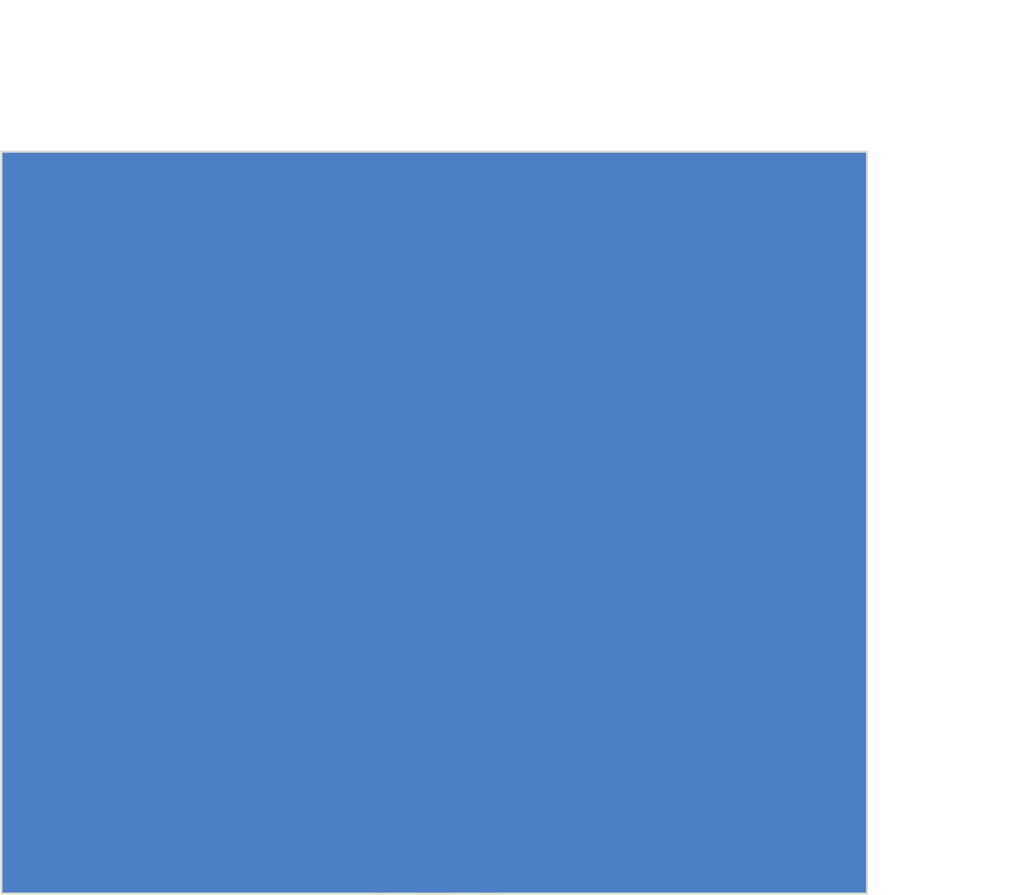
<source format=kicad_pcb>
(kicad_pcb (version 3) (host pcbnew "(2013-jul-07)-stable")

  (general
    (links 0)
    (no_connects 0)
    (area -0.075001 -12.074999 85.077381 61.6484)
    (thickness 1.6)
    (drawings 6)
    (tracks 0)
    (zones 0)
    (modules 1)
    (nets 1)
  )

  (page A4 portrait)
  (title_block 
    (title "Micorstrip Antenna Inset Feed")
    (rev 1.0)
    (company "UBA - Facultad de Ingeniería")
    (comment 1 pablo10tz@gmail.com)
    (comment 2 "Pablo Ezequiel Dietz")
  )

  (layers
    (15 F.Cu signal)
    (0 B.Cu signal)
    (16 B.Adhes user)
    (17 F.Adhes user)
    (18 B.Paste user)
    (19 F.Paste user)
    (20 B.SilkS user)
    (21 F.SilkS user)
    (22 B.Mask user)
    (23 F.Mask user)
    (24 Dwgs.User user)
    (25 Cmts.User user)
    (26 Eco1.User user)
    (27 Eco2.User user)
    (28 Edge.Cuts user)
  )

  (setup
    (last_trace_width 0.254)
    (trace_clearance 0)
    (zone_clearance 0)
    (zone_45_only no)
    (trace_min 0.254)
    (segment_width 0.2)
    (edge_width 0.15)
    (via_size 0.889)
    (via_drill 0.635)
    (via_min_size 0.889)
    (via_min_drill 0.508)
    (uvia_size 0.508)
    (uvia_drill 0.127)
    (uvias_allowed no)
    (uvia_min_size 0.508)
    (uvia_min_drill 0.127)
    (pcb_text_width 0.3)
    (pcb_text_size 1 1)
    (mod_edge_width 0.15)
    (mod_text_size 1 1)
    (mod_text_width 0.15)
    (pad_size 1 1)
    (pad_drill 0.6)
    (pad_to_mask_clearance 0)
    (aux_axis_origin 105 150)
    (visible_elements FFFFFFBF)
    (pcbplotparams
      (layerselection 268468225)
      (usegerberextensions true)
      (excludeedgelayer true)
      (linewidth 0.150000)
      (plotframeref false)
      (viasonmask false)
      (mode 1)
      (useauxorigin false)
      (hpglpennumber 1)
      (hpglpenspeed 20)
      (hpglpendiameter 15)
      (hpglpenoverlay 2)
      (psnegative false)
      (psa4output false)
      (plotreference true)
      (plotvalue false)
      (plotothertext false)
      (plotinvisibletext false)
      (padsonsilk false)
      (subtractmaskfromsilk false)
      (outputformat 1)
      (mirror false)
      (drillshape 0)
      (scaleselection 1)
      (outputdirectory gerbers/))
  )

  (net 0 "")

  (net_class Default "This is the default net class."
    (clearance 0)
    (trace_width 0.254)
    (via_dia 0.889)
    (via_drill 0.635)
    (uvia_dia 0.508)
    (uvia_drill 0.127)
    (add_net "")
  )

  (module Antenna (layer F.Cu) (tedit 0) (tstamp 57FAA52D)
    (at 105 150)
    (fp_text reference A* (at 0 30.734) (layer F.SilkS) hide
      (effects (font (size 1.524 1.524) (thickness 0.3048)))
    )
    (fp_text value Antenna (at 0 -30.734) (layer F.SilkS) hide
      (effects (font (size 1.524 1.524) (thickness 0.3048)))
    )
    (fp_poly (pts (xy -3.63982 30.05582) (xy -4.35864 30.05582) (xy -5.08 30.05582) (xy -5.08 27.686)
      (xy -5.08 25.31364) (xy -4.35864 25.31364) (xy -3.63982 25.31364) (xy -3.63982 27.686)
      (xy -3.63982 30.05582) (xy -3.63982 30.05582)) (layer F.Cu) (width 0.00254))
    (fp_poly (pts (xy 18.71218 14.30782) (xy 10.83818 14.30782) (xy 2.96418 14.30782) (xy 2.96418 10.32764)
      (xy 2.96418 6.35) (xy 2.24536 6.35) (xy 1.524 6.35) (xy 1.524 18.20164)
      (xy 1.524 30.05582) (xy 0.04318 30.05582) (xy -1.43764 30.05582) (xy -1.43764 18.20164)
      (xy -1.43764 6.35) (xy -2.159 6.35) (xy -2.87782 6.35) (xy -2.87782 10.32764)
      (xy -2.87782 14.30782) (xy -10.75182 14.30782) (xy -18.62582 14.30782) (xy -18.62582 0.04064)
      (xy -18.62582 -14.224) (xy 0.04318 -14.224) (xy 18.71218 -14.224) (xy 18.71218 0.04064)
      (xy 18.71218 14.30782) (xy 18.71218 14.30782)) (layer F.Cu) (width 0.00254))
    (fp_poly (pts (xy 5.16636 30.05582) (xy 4.445 30.05582) (xy 3.72618 30.05582) (xy 3.72618 27.686)
      (xy 3.72618 25.31364) (xy 4.445 25.31364) (xy 5.16636 25.31364) (xy 5.16636 27.686)
      (xy 5.16636 30.05582) (xy 5.16636 30.05582)) (layer F.Cu) (width 0.00254))
  )

  (dimension 60 (width 0.25) (layer Dwgs.User)
    (gr_text 60,000mm (at 150.999999 150 270) (layer Dwgs.User)
      (effects (font (size 1 1) (thickness 0.25)))
    )
    (feature1 (pts (xy 145 180) (xy 151.999999 180)))
    (feature2 (pts (xy 145 120) (xy 151.999999 120)))
    (crossbar (pts (xy 149.999999 120) (xy 149.999999 180)))
    (arrow1a (pts (xy 149.999999 180) (xy 149.413579 178.873497)))
    (arrow1b (pts (xy 149.999999 180) (xy 150.586419 178.873497)))
    (arrow2a (pts (xy 149.999999 120) (xy 149.413579 121.126503)))
    (arrow2b (pts (xy 149.999999 120) (xy 150.586419 121.126503)))
  )
  (dimension 70 (width 0.25) (layer Dwgs.User)
    (gr_text 70,000mm (at 105 109.000001) (layer Dwgs.User)
      (effects (font (size 1 1) (thickness 0.25)))
    )
    (feature1 (pts (xy 140 115) (xy 140 108.000001)))
    (feature2 (pts (xy 70 115) (xy 70 108.000001)))
    (crossbar (pts (xy 70 110.000001) (xy 140 110.000001)))
    (arrow1a (pts (xy 140 110.000001) (xy 138.873497 110.586421)))
    (arrow1b (pts (xy 140 110.000001) (xy 138.873497 109.413581)))
    (arrow2a (pts (xy 70 110.000001) (xy 71.126503 110.586421)))
    (arrow2b (pts (xy 70 110.000001) (xy 71.126503 109.413581)))
  )
  (gr_line (start 70 180) (end 70 120) (angle 90) (layer Edge.Cuts) (width 0.15))
  (gr_line (start 140 180) (end 70 180) (angle 90) (layer Edge.Cuts) (width 0.15))
  (gr_line (start 140 120) (end 140 180) (angle 90) (layer Edge.Cuts) (width 0.15))
  (gr_line (start 70 120) (end 140 120) (angle 90) (layer Edge.Cuts) (width 0.15))

  (zone (net 0) (net_name "") (layer B.Cu) (tstamp 57F9B9EC) (hatch edge 0.508)
    (connect_pads no (clearance 0))
    (min_thickness 0.0254)
    (fill (arc_segments 16) (thermal_gap 0.508) (thermal_bridge_width 0.508))
    (polygon
      (pts
        (xy 140 180) (xy 70 180) (xy 70 120) (xy 140 120)
      )
    )
    (filled_polygon
      (pts
        (xy 139.9123 179.9123) (xy 70.0877 179.9123) (xy 70.0877 120.0877) (xy 139.9123 120.0877) (xy 139.9123 179.9123)
      )
    )
  )
)

</source>
